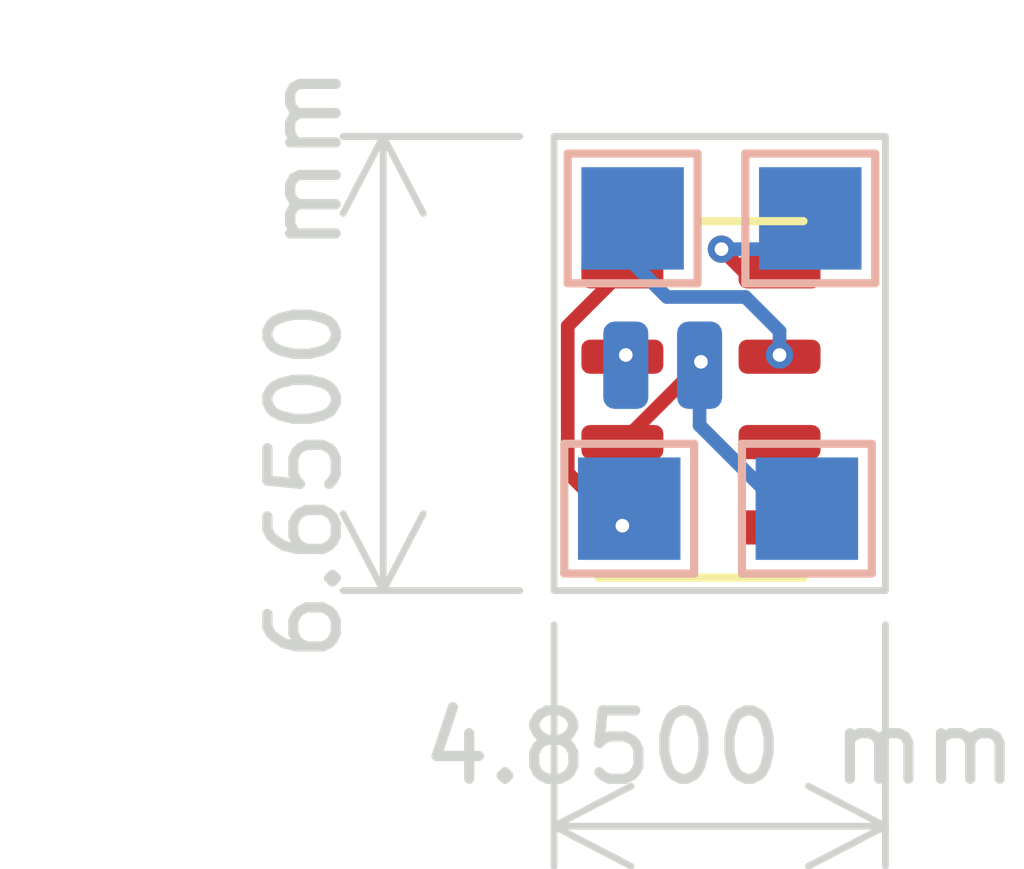
<source format=kicad_pcb>
(kicad_pcb (version 20211014) (generator pcbnew)
  (layers (0 "F.Cu" signal) (31 "B.Cu" signal) (34 "B.Paste" user) (35 "F.Paste" user) (36 "B.SilkS" user "B.Silkscreen") (37 "F.SilkS" user "F.Silkscreen") (38 "B.Mask" user) (39 "F.Mask" user) (44 "Edge.Cuts" user))
  (net 0 "")
  (net 3 "/GND")
  (net 4 "/SCL")
  (net 5 "/SDA")
  (net 6 "/3.3V")
  (net 7 "Net-(C1-Pad1)")
  (footprint "Package_LGA:NXP_LGA-8_3x5mm_P1.25mm_H1.1mm" (layer "F.Cu") (at 177 148)
    (fp_text reference "U1" hide)
    (fp_text value "MPL3115A2")
    (fp_line (start 0 -2.61) (end 1.5 -2.61) (layer "F.SilkS") (width 0.12))
    (fp_line (start -1.5 2.61) (end 1.5 2.61) (layer "F.SilkS") (width 0.12))
    (pad "1" smd roundrect (at -1.15 -1.875) (size 1.2 0.5) (layers "F.Cu" "F.Paste" "F.Mask") (net 6 "/3.3V"))
    (pad "2" smd roundrect (at -1.15 -0.625) (size 1.2 0.5) (layers "F.Cu" "F.Paste" "F.Mask") (net 7 "Net-(C1-Pad1)"))
    (pad "3" smd roundrect (at -1.15 0.625) (size 1.2 0.5) (layers "F.Cu" "F.Paste" "F.Mask") (net 3 "/GND"))
    (pad "4" smd roundrect (at -1.15 1.875) (size 1.2 0.5) (layers "F.Cu" "F.Paste" "F.Mask") (net 6 "/3.3V"))
    (pad "5" smd roundrect (at 1.15 1.875) (size 1.2 0.5) (layers "F.Cu" "F.Paste" "F.Mask"))
    (pad "6" smd roundrect (at 1.15 0.625) (size 1.2 0.5) (layers "F.Cu" "F.Paste" "F.Mask"))
    (pad "7" smd roundrect (at 1.15 -0.625) (size 1.2 0.5) (layers "F.Cu" "F.Paste" "F.Mask") (net 5 "/SDA"))
    (pad "8" smd roundrect (at 1.15 -1.875) (size 1.2 0.5) (layers "F.Cu" "F.Paste" "F.Mask") (net 4 "/SCL"))
  )
  (footprint "Capacitor_SMD:C_0504_1310Metric" (layer "B.Cu") (at 176.44 147.5)
    (fp_text reference "C1" hide)
    (fp_text value "0.1µF")
    (pad "1" smd roundrect (at -0.54 0) (size 0.66 1.28) (layers "B.Cu" "B.Paste" "B.Mask") (net 7 "Net-(C1-Pad1)"))
    (pad "2" smd roundrect (at 0.54 0) (size 0.66 1.28) (layers "B.Cu" "B.Paste" "B.Mask") (net 3 "/GND"))
  )
  (footprint "TestPoint:TestPoint_Pad_1.5x1.5mm" (layer "B.Cu") (at 175.95 149.6 180)
    (fp_text reference "JPad1" hide)
    (fp_text value "Pad" hide)
    (fp_line (start -0.95 0.95) (end 0.95 0.95) (layer "B.SilkS") (width 0.12))
    (fp_line (start -0.95 -0.95) (end -0.95 0.95) (layer "B.SilkS") (width 0.12))
    (fp_line (start 0.95 0.95) (end 0.95 -0.95) (layer "B.SilkS") (width 0.12))
    (fp_line (start 0.95 -0.95) (end -0.95 -0.95) (layer "B.SilkS") (width 0.12))
    (pad "1" smd rect (at 0 0 180) (size 1.5 1.5) (layers "B.Cu" "B.Mask") (net 6 "/3.3V"))
  )
  (footprint "TestPoint:TestPoint_Pad_1.5x1.5mm" (layer "B.Cu") (at 176 145.35 180)
    (fp_text reference "J3" hide)
    (fp_text value "Pad" hide)
    (fp_line (start -0.95 0.95) (end 0.95 0.95) (layer "B.SilkS") (width 0.12))
    (fp_line (start -0.95 -0.95) (end -0.95 0.95) (layer "B.SilkS") (width 0.12))
    (fp_line (start 0.95 0.95) (end 0.95 -0.95) (layer "B.SilkS") (width 0.12))
    (fp_line (start 0.95 -0.95) (end -0.95 -0.95) (layer "B.SilkS") (width 0.12))
    (pad "1" smd rect (at 0 0 180) (size 1.5 1.5) (layers "B.Cu" "B.Mask") (net 5 "/SDA"))
  )
  (footprint "TestPoint:TestPoint_Pad_1.5x1.5mm" (layer "B.Cu") (at 178.55 149.6 180)
    (fp_text reference "J1" hide)
    (fp_text value "Pad" hide)
    (fp_line (start 0.95 0.95) (end 0.95 -0.95) (layer "B.SilkS") (width 0.12))
    (fp_line (start -0.95 -0.95) (end -0.95 0.95) (layer "B.SilkS") (width 0.12))
    (fp_line (start -0.95 0.95) (end 0.95 0.95) (layer "B.SilkS") (width 0.12))
    (fp_line (start 0.95 -0.95) (end -0.95 -0.95) (layer "B.SilkS") (width 0.12))
    (pad "1" smd rect (at 0 0 180) (size 1.5 1.5) (layers "B.Cu" "B.Mask") (net 3 "/GND"))
  )
  (footprint "TestPoint:TestPoint_Pad_1.5x1.5mm" (layer "B.Cu") (at 178.6 145.35 180)
    (fp_text reference "J2" hide)
    (fp_text value "Pad" hide)
    (fp_line (start 0.95 0.95) (end 0.95 -0.95) (layer "B.SilkS") (width 0.12))
    (fp_line (start -0.95 -0.95) (end -0.95 0.95) (layer "B.SilkS") (width 0.12))
    (fp_line (start 0.95 -0.95) (end -0.95 -0.95) (layer "B.SilkS") (width 0.12))
    (fp_line (start -0.95 0.95) (end 0.95 0.95) (layer "B.SilkS") (width 0.12))
    (pad "1" smd rect (at 0 0 180) (size 1.5 1.5) (layers "B.Cu" "B.Mask") (net 4 "/SCL"))
  )
  (gr_rect (start 179.7 150.8) (end 174.85 144.15) (layer "Edge.Cuts") (width 0.1) (fill none))
  (dimension (type aligned) (layer "Edge.Cuts") (pts (xy 174.85 150.8) (xy 174.85 144.15)) (height -2.5) (gr_text "6.6500 mm" (at 171.2 147.475 90) (layer "Edge.Cuts") (effects (font (size 1 1) (thickness 0.15)))) (format (units 3) (units_format 1) (precision 4)) (style (thickness 0.1) (arrow_length 1.27) (text_position_mode 0) (extension_height 0.58642) (extension_offset 0.5) keep_text_aligned))
  (dimension (type aligned) (layer "Edge.Cuts") (pts (xy 179.7 150.8) (xy 174.85 150.8)) (height -3.45) (gr_text "4.8500 mm" (at 177.275 153.1) (layer "Edge.Cuts") (effects (font (size 1 1) (thickness 0.15)))) (format (units 3) (units_format 1) (precision 4)) (style (thickness 0.1) (arrow_length 1.27) (text_position_mode 0) (extension_height 0.58642) (extension_offset 0.5) keep_text_aligned))
  (segment (start 177 147.45) (end 177 147.475) (width 0.2) (layer "F.Cu") (net 3))
  (segment (start 177 147.475) (end 175.85 148.625) (width 0.2) (layer "F.Cu") (net 3))
  (via (at 177 147.45) (size 0.4) (drill 0.2) (layers "F.Cu" "B.Cu") (net 3))
  (segment (start 178.55 149.6) (end 178.2 149.6) (width 0.2) (layer "B.Cu") (net 3))
  (segment (start 178.2 149.6) (end 176.98 148.38) (width 0.2) (layer "B.Cu") (net 3))
  (segment (start 176.98 148.38) (end 176.98 147.5) (width 0.2) (layer "B.Cu") (net 3))
  (segment (start 178.15 146.125) (end 177.625 146.125) (width 0.2) (layer "F.Cu") (net 4))
  (segment (start 177.625 146.125) (end 177.3 145.8) (width 0.2) (layer "F.Cu") (net 4))
  (via (at 177.3 145.8) (size 0.4) (drill 0.2) (layers "F.Cu" "B.Cu") (net 4))
  (segment (start 178.15 145.8) (end 178.6 145.35) (width 0.2) (layer "B.Cu") (net 4))
  (segment (start 177.3 145.8) (end 178.15 145.8) (width 0.2) (layer "B.Cu") (net 4))
  (via (at 178.15 147.35) (size 0.4) (drill 0.2) (layers "F.Cu" "B.Cu") (net 5))
  (segment (start 178.15 147) (end 177.65 146.5) (width 0.2) (layer "B.Cu") (net 5))
  (segment (start 176 146) (end 176 145.4) (width 0.2) (layer "B.Cu") (net 5))
  (segment (start 176.5 146.5) (end 176 146) (width 0.2) (layer "B.Cu") (net 5))
  (segment (start 177.65 146.5) (end 176.5 146.5) (width 0.2) (layer "B.Cu") (net 5))
  (segment (start 178.15 147.35) (end 178.15 147) (width 0.2) (layer "B.Cu") (net 5))
  (segment (start 175.05048 146.92452) (end 175.05048 149.07548) (width 0.2) (layer "F.Cu") (net 6))
  (segment (start 175.05048 149.07548) (end 175.85 149.875) (width 0.2) (layer "F.Cu") (net 6))
  (segment (start 175.85 146.125) (end 175.05048 146.92452) (width 0.2) (layer "F.Cu") (net 6))
  (via (at 175.85 149.85) (size 0.4) (drill 0.2) (layers "F.Cu" "B.Cu") (net 6))
  (via (at 175.9 147.35) (size 0.4) (drill 0.2) (layers "F.Cu" "B.Cu") (net 7))
)
</source>
